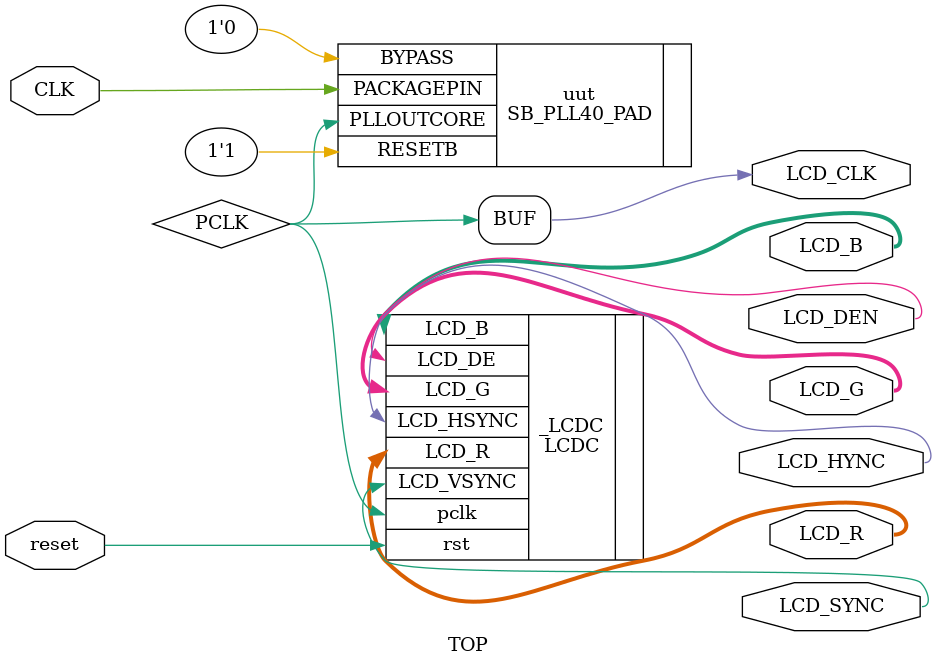
<source format=v>
module TOP
(
	input  reset,
    input  CLK,

	output LCD_CLK,
	output LCD_HYNC,
	output LCD_SYNC,
	output LCD_DEN,
	output [4:0] LCD_R,
	output [5:0] LCD_G,
	output [4:0] LCD_B,

);

	wire PCLK;

    /* 24Mhz $icepll -o 24Mhz */
    SB_PLL40_PAD #(
            .FEEDBACK_PATH("SIMPLE"),
            .DIVR(4'b0000),         // DIVR =  0
            .DIVF(7'b0111111),      // DIVF =  63
            .DIVQ(3'b101),          // DIVQ =  5
            .FILTER_RANGE(3'b001)   // FILTER_RANGE = 1
            ) uut (
                .RESETB(1'b1),
                .BYPASS(1'b0),
                .PACKAGEPIN(CLK),
                .PLLOUTCORE(PCLK)
            );

	LCDC _LCDC
	(
		.rst	   (reset),

		.pclk	   (PCLK),
		.LCD_DE	   (LCD_DEN),
		.LCD_HSYNC (LCD_HYNC),
    	.LCD_VSYNC (LCD_SYNC),

		.LCD_B	   (LCD_B),
		.LCD_G	   (LCD_G),
		.LCD_R	   (LCD_R)
	);

	assign LCD_CLK = PCLK;

endmodule

</source>
